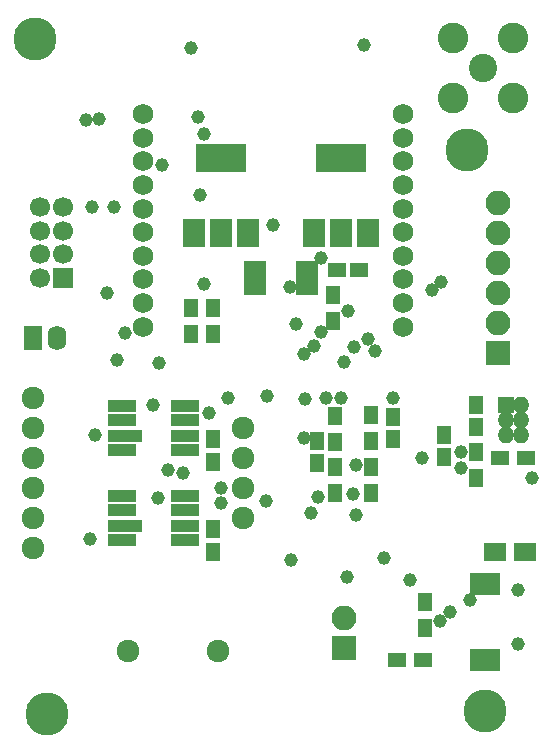
<source format=gbr>
G04 #@! TF.FileFunction,Soldermask,Top*
%FSLAX46Y46*%
G04 Gerber Fmt 4.6, Leading zero omitted, Abs format (unit mm)*
G04 Created by KiCad (PCBNEW 4.0.7) date Sunday, February 25, 2018 'PMt' 02:02:58 PM*
%MOMM*%
%LPD*%
G01*
G04 APERTURE LIST*
%ADD10C,0.128000*%
%ADD11C,1.924000*%
%ADD12R,1.300000X1.600000*%
%ADD13C,1.727200*%
%ADD14R,1.416000X1.416000*%
%ADD15O,1.416000X1.416000*%
%ADD16R,2.100000X2.100000*%
%ADD17O,2.100000X2.100000*%
%ADD18R,1.150000X1.600000*%
%ADD19R,1.600000X1.150000*%
%ADD20R,2.600000X1.900000*%
%ADD21R,4.200000X2.400000*%
%ADD22R,1.900000X2.400000*%
%ADD23R,1.600000X1.300000*%
%ADD24R,1.900000X1.010000*%
%ADD25R,2.451100X1.102360*%
%ADD26R,3.002280X1.102360*%
%ADD27R,1.700000X1.700000*%
%ADD28C,1.700000*%
%ADD29C,2.600000*%
%ADD30C,2.400000*%
%ADD31C,1.162000*%
%ADD32R,1.600000X2.100000*%
%ADD33O,1.600000X2.100000*%
%ADD34R,1.900000X1.650000*%
%ADD35C,3.650000*%
G04 APERTURE END LIST*
D10*
D11*
X145161000Y-110363000D03*
X152781000Y-110363000D03*
D12*
X152400000Y-81323000D03*
X152400000Y-83523000D03*
X150495000Y-83523000D03*
X150495000Y-81323000D03*
D13*
X168478200Y-82864960D03*
X168478200Y-80863440D03*
X168478200Y-78864460D03*
X168478200Y-76862940D03*
X168478200Y-74863960D03*
X168478200Y-72864980D03*
X168478200Y-70863460D03*
X168478200Y-68864480D03*
X168478200Y-66862960D03*
X168478200Y-64863980D03*
X146481800Y-64863980D03*
X146481800Y-66862960D03*
X146481800Y-68864480D03*
X146481800Y-70863460D03*
X146481800Y-72864980D03*
X146481800Y-74863960D03*
X146481800Y-76862940D03*
X146481800Y-78864460D03*
X146481800Y-80863440D03*
X146481800Y-82864960D03*
D14*
X177165000Y-89535000D03*
D15*
X178435000Y-89535000D03*
X177165000Y-90805000D03*
X178435000Y-90805000D03*
X177165000Y-92075000D03*
X178435000Y-92075000D03*
D16*
X176530000Y-85090000D03*
D17*
X176530000Y-82550000D03*
X176530000Y-80010000D03*
X176530000Y-77470000D03*
X176530000Y-74930000D03*
X176530000Y-72390000D03*
D18*
X167640000Y-92390000D03*
X167640000Y-90490000D03*
X161163000Y-92522000D03*
X161163000Y-94422000D03*
X174625000Y-89474000D03*
X174625000Y-91374000D03*
X171958000Y-92014000D03*
X171958000Y-93914000D03*
D19*
X162880000Y-78105000D03*
X164780000Y-78105000D03*
D12*
X162687000Y-92667000D03*
X162687000Y-90467000D03*
X165735000Y-92540000D03*
X165735000Y-90340000D03*
X174625000Y-95715000D03*
X174625000Y-93515000D03*
D20*
X175450500Y-104686500D03*
X175450500Y-111086500D03*
D21*
X153035000Y-68605000D03*
D22*
X153035000Y-74905000D03*
X155335000Y-74905000D03*
X150735000Y-74905000D03*
D21*
X163195000Y-68605000D03*
D22*
X163195000Y-74905000D03*
X165495000Y-74905000D03*
X160895000Y-74905000D03*
D23*
X178900000Y-93980000D03*
X176700000Y-93980000D03*
D12*
X162687000Y-96942000D03*
X162687000Y-94742000D03*
X165735000Y-96985000D03*
X165735000Y-94785000D03*
D23*
X168000500Y-111061500D03*
X170200500Y-111061500D03*
D12*
X170370500Y-106151500D03*
X170370500Y-108351500D03*
X162560000Y-80180000D03*
X162560000Y-82380000D03*
D11*
X137160000Y-101600000D03*
X137160000Y-99060000D03*
X137160000Y-96520000D03*
X137160000Y-93980000D03*
X137160000Y-91440000D03*
X137160000Y-88900000D03*
X154940000Y-91440000D03*
X154940000Y-93980000D03*
X154940000Y-96520000D03*
X154940000Y-99060000D03*
D24*
X160315000Y-77790000D03*
X155915000Y-77790000D03*
X160315000Y-78740000D03*
X155915000Y-78740000D03*
X160315000Y-79690000D03*
X155915000Y-79690000D03*
D18*
X152400000Y-100015000D03*
X152400000Y-101915000D03*
X152400000Y-92395000D03*
X152400000Y-94295000D03*
D25*
X144645380Y-97160080D03*
X144645380Y-98412300D03*
D26*
X144922240Y-99707700D03*
D25*
X144645380Y-100959920D03*
X149994620Y-100959920D03*
X149994620Y-99707700D03*
X149994620Y-98412300D03*
X149994620Y-97160080D03*
X144645380Y-89540080D03*
X144645380Y-90792300D03*
D26*
X144922240Y-92087700D03*
D25*
X144645380Y-93339920D03*
X149994620Y-93339920D03*
X149994620Y-92087700D03*
X149994620Y-90792300D03*
X149994620Y-89540080D03*
D27*
X139700000Y-78740000D03*
D28*
X139700000Y-76740000D03*
X139700000Y-74740000D03*
X139700000Y-72740000D03*
X137700000Y-78740000D03*
X137700000Y-76740000D03*
X137700000Y-74740000D03*
X137700000Y-72740000D03*
D29*
X172720000Y-63500000D03*
X172720000Y-58420000D03*
X177800000Y-58420000D03*
X177800000Y-63500000D03*
D30*
X175260000Y-60960000D03*
D31*
X152019000Y-90170000D03*
X165163500Y-58991500D03*
X150558500Y-59245500D03*
D16*
X163449000Y-110109000D03*
D17*
X163449000Y-107569000D03*
D32*
X137160000Y-83820000D03*
D33*
X139160000Y-83820000D03*
D34*
X176296000Y-101981000D03*
X178796000Y-101981000D03*
D31*
X166878000Y-102489000D03*
X151638000Y-66548000D03*
X160147000Y-89027000D03*
D35*
X138303000Y-115697000D03*
X173863000Y-67945000D03*
X137287000Y-58547000D03*
X175387000Y-115443000D03*
D31*
X151638000Y-79247998D03*
X173355000Y-94869000D03*
X179367000Y-95710996D03*
X161290000Y-97282002D03*
X160120021Y-92329000D03*
X158966619Y-102653381D03*
X167640000Y-88900000D03*
X174180500Y-105981500D03*
X148030990Y-69215000D03*
X151257000Y-71755000D03*
X151130000Y-65151000D03*
X153670000Y-88900000D03*
X165481000Y-83947000D03*
X161543998Y-83312000D03*
X163830000Y-81534000D03*
X166116000Y-84963000D03*
X173355000Y-93472000D03*
X157473990Y-74295000D03*
X169037000Y-104293979D03*
X159385000Y-82677000D03*
X161925000Y-88900000D03*
X163195000Y-88900000D03*
X160655000Y-98679000D03*
X170053000Y-93980000D03*
X178181000Y-109728000D03*
X158877000Y-79502000D03*
X161544000Y-77089000D03*
X172466000Y-107061000D03*
X171577000Y-107823000D03*
X170942000Y-79756000D03*
X142748000Y-65278000D03*
X171704004Y-79121000D03*
X141605000Y-65405000D03*
X156972000Y-88773000D03*
X141986000Y-100838000D03*
X142367000Y-92075000D03*
X156845000Y-97663000D03*
X149860000Y-95249998D03*
X148590000Y-95036538D03*
X147701000Y-97409000D03*
X153035000Y-97790000D03*
X153035000Y-96520000D03*
X147320000Y-89535000D03*
X143383000Y-80010000D03*
X144272000Y-85725000D03*
X160909000Y-84530990D03*
X142113000Y-72771000D03*
X164338000Y-84582000D03*
X144018000Y-72771000D03*
X144907002Y-83439000D03*
X160120021Y-85217000D03*
X147828000Y-85903010D03*
X163449000Y-85852000D03*
X164465000Y-98806000D03*
X164211000Y-97028000D03*
X163703000Y-104025977D03*
X164465000Y-94615000D03*
X178181000Y-105156000D03*
M02*

</source>
